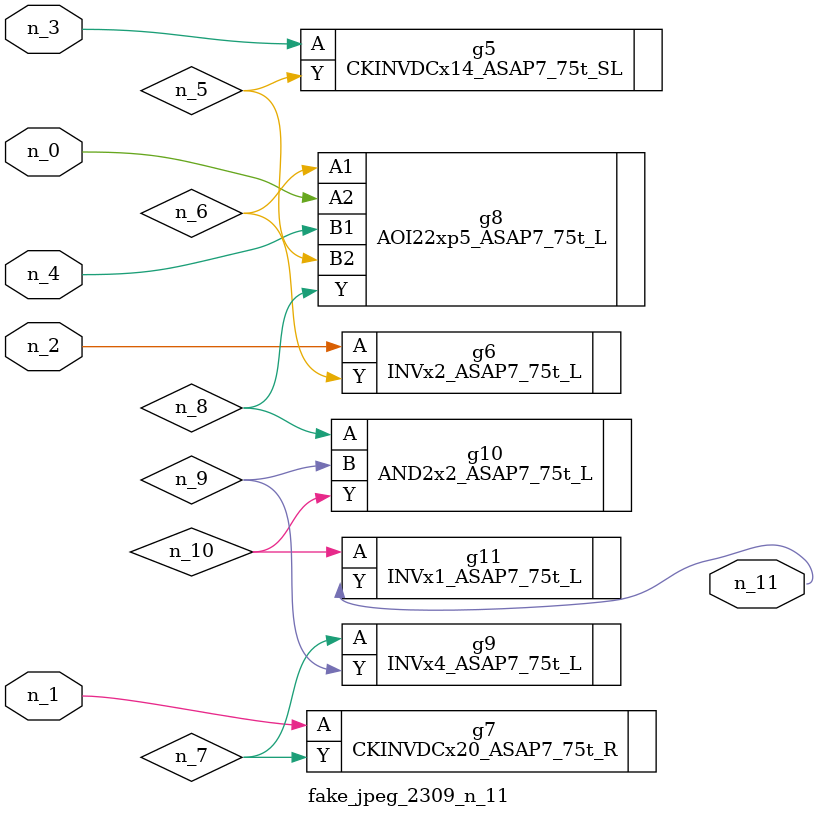
<source format=v>
module fake_jpeg_2309_n_11 (n_3, n_2, n_1, n_0, n_4, n_11);

input n_3;
input n_2;
input n_1;
input n_0;
input n_4;

output n_11;

wire n_10;
wire n_8;
wire n_9;
wire n_6;
wire n_5;
wire n_7;

CKINVDCx14_ASAP7_75t_SL g5 ( 
.A(n_3),
.Y(n_5)
);

INVx2_ASAP7_75t_L g6 ( 
.A(n_2),
.Y(n_6)
);

CKINVDCx20_ASAP7_75t_R g7 ( 
.A(n_1),
.Y(n_7)
);

AOI22xp5_ASAP7_75t_L g8 ( 
.A1(n_6),
.A2(n_0),
.B1(n_4),
.B2(n_5),
.Y(n_8)
);

AND2x2_ASAP7_75t_L g10 ( 
.A(n_8),
.B(n_9),
.Y(n_10)
);

INVx4_ASAP7_75t_L g9 ( 
.A(n_7),
.Y(n_9)
);

INVx1_ASAP7_75t_L g11 ( 
.A(n_10),
.Y(n_11)
);


endmodule
</source>
